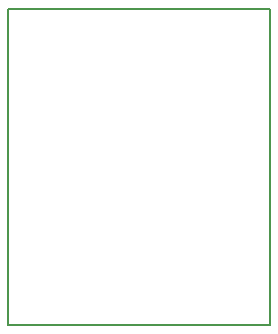
<source format=gbr>
G04 PROTEUS GERBER X2 FILE*
%TF.GenerationSoftware,Labcenter,Proteus,8.12-SP2-Build31155*%
%TF.CreationDate,2022-11-29T14:37:22+00:00*%
%TF.FileFunction,NonPlated,1,2,NPTH*%
%TF.FilePolarity,Positive*%
%TF.Part,Single*%
%TF.SameCoordinates,{cdb8bdd9-3100-4a82-a298-9d7ddda5625f}*%
%FSLAX45Y45*%
%MOMM*%
G01*
%TA.AperFunction,Profile*%
%ADD15C,0.203200*%
%TD.AperFunction*%
D15*
X-4550000Y+1210000D02*
X-2330000Y+1210000D01*
X-2330000Y+3881740D01*
X-4550000Y+3881740D01*
X-4550000Y+1210000D01*
M02*

</source>
